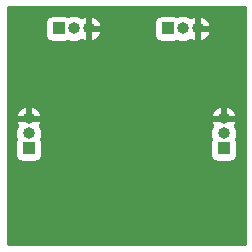
<source format=gbr>
G04 #@! TF.GenerationSoftware,KiCad,Pcbnew,5.1.2*
G04 #@! TF.CreationDate,2019-07-19T16:40:10-04:00*
G04 #@! TF.ProjectId,siot-node-temp,73696f74-2d6e-46f6-9465-2d74656d702e,rev?*
G04 #@! TF.SameCoordinates,Original*
G04 #@! TF.FileFunction,Copper,L2,Bot*
G04 #@! TF.FilePolarity,Positive*
%FSLAX46Y46*%
G04 Gerber Fmt 4.6, Leading zero omitted, Abs format (unit mm)*
G04 Created by KiCad (PCBNEW 5.1.2) date 2019-07-19 16:40:10*
%MOMM*%
%LPD*%
G04 APERTURE LIST*
%ADD10O,1.000000X1.000000*%
%ADD11R,1.000000X1.000000*%
%ADD12C,0.800000*%
%ADD13C,0.254000*%
G04 APERTURE END LIST*
D10*
X-443230000Y623570000D03*
X-443230000Y622300000D03*
D11*
X-443230000Y621030000D03*
D10*
X-445430000Y631190000D03*
X-446700000Y631190000D03*
D11*
X-447970000Y631190000D03*
D10*
X-454660000Y631190000D03*
X-455930000Y631190000D03*
D11*
X-457200000Y631190000D03*
D10*
X-459740000Y623570000D03*
X-459740000Y622300000D03*
D11*
X-459740000Y621030000D03*
D12*
X-455930000Y621665000D03*
X-446405000Y621665000D03*
X-451485000Y623570000D03*
X-450215000Y622300000D03*
D13*
G36*
X-441452000Y612902000D02*
G01*
X-461518000Y612902000D01*
X-461518000Y622300000D01*
X-460880491Y622300000D01*
X-460858577Y622077501D01*
X-460793676Y621863553D01*
X-460787703Y621852379D01*
X-460829502Y621774180D01*
X-460865812Y621654482D01*
X-460878072Y621530000D01*
X-460878072Y620530000D01*
X-460865812Y620405518D01*
X-460829502Y620285820D01*
X-460770537Y620175506D01*
X-460691185Y620078815D01*
X-460594494Y619999463D01*
X-460484180Y619940498D01*
X-460364482Y619904188D01*
X-460240000Y619891928D01*
X-459240000Y619891928D01*
X-459115518Y619904188D01*
X-458995820Y619940498D01*
X-458885506Y619999463D01*
X-458788815Y620078815D01*
X-458709463Y620175506D01*
X-458650498Y620285820D01*
X-458614188Y620405518D01*
X-458601928Y620530000D01*
X-458601928Y621530000D01*
X-458614188Y621654482D01*
X-458650498Y621774180D01*
X-458692297Y621852379D01*
X-458686324Y621863553D01*
X-458621423Y622077501D01*
X-458599509Y622300000D01*
X-444370491Y622300000D01*
X-444348577Y622077501D01*
X-444283676Y621863553D01*
X-444277703Y621852379D01*
X-444319502Y621774180D01*
X-444355812Y621654482D01*
X-444368072Y621530000D01*
X-444368072Y620530000D01*
X-444355812Y620405518D01*
X-444319502Y620285820D01*
X-444260537Y620175506D01*
X-444181185Y620078815D01*
X-444084494Y619999463D01*
X-443974180Y619940498D01*
X-443854482Y619904188D01*
X-443730000Y619891928D01*
X-442730000Y619891928D01*
X-442605518Y619904188D01*
X-442485820Y619940498D01*
X-442375506Y619999463D01*
X-442278815Y620078815D01*
X-442199463Y620175506D01*
X-442140498Y620285820D01*
X-442104188Y620405518D01*
X-442091928Y620530000D01*
X-442091928Y621530000D01*
X-442104188Y621654482D01*
X-442140498Y621774180D01*
X-442182297Y621852379D01*
X-442176324Y621863553D01*
X-442111423Y622077501D01*
X-442089509Y622300000D01*
X-442111423Y622522499D01*
X-442176324Y622736447D01*
X-442281716Y622933623D01*
X-442289726Y622943383D01*
X-442242877Y623009794D01*
X-442152554Y623213136D01*
X-442135881Y623268126D01*
X-442262046Y623443000D01*
X-443103000Y623443000D01*
X-443103000Y623427983D01*
X-443174248Y623435000D01*
X-443285752Y623435000D01*
X-443357000Y623427983D01*
X-443357000Y623443000D01*
X-444197954Y623443000D01*
X-444324119Y623268126D01*
X-444307446Y623213136D01*
X-444217123Y623009794D01*
X-444170274Y622943383D01*
X-444178284Y622933623D01*
X-444283676Y622736447D01*
X-444348577Y622522499D01*
X-444370491Y622300000D01*
X-458599509Y622300000D01*
X-458621423Y622522499D01*
X-458686324Y622736447D01*
X-458791716Y622933623D01*
X-458799726Y622943383D01*
X-458752877Y623009794D01*
X-458662554Y623213136D01*
X-458645881Y623268126D01*
X-458772046Y623443000D01*
X-459613000Y623443000D01*
X-459613000Y623427983D01*
X-459684248Y623435000D01*
X-459795752Y623435000D01*
X-459867000Y623427983D01*
X-459867000Y623443000D01*
X-460707954Y623443000D01*
X-460834119Y623268126D01*
X-460817446Y623213136D01*
X-460727123Y623009794D01*
X-460680274Y622943383D01*
X-460688284Y622933623D01*
X-460793676Y622736447D01*
X-460858577Y622522499D01*
X-460880491Y622300000D01*
X-461518000Y622300000D01*
X-461518000Y623871874D01*
X-460834119Y623871874D01*
X-460707954Y623697000D01*
X-459867000Y623697000D01*
X-459867000Y624539129D01*
X-459613000Y624539129D01*
X-459613000Y623697000D01*
X-458772046Y623697000D01*
X-458645881Y623871874D01*
X-444324119Y623871874D01*
X-444197954Y623697000D01*
X-443357000Y623697000D01*
X-443357000Y624539129D01*
X-443103000Y624539129D01*
X-443103000Y623697000D01*
X-442262046Y623697000D01*
X-442135881Y623871874D01*
X-442152554Y623926864D01*
X-442242877Y624130206D01*
X-442371135Y624312020D01*
X-442532399Y624465318D01*
X-442720471Y624584210D01*
X-442928124Y624664126D01*
X-443103000Y624539129D01*
X-443357000Y624539129D01*
X-443531876Y624664126D01*
X-443739529Y624584210D01*
X-443927601Y624465318D01*
X-444088865Y624312020D01*
X-444217123Y624130206D01*
X-444307446Y623926864D01*
X-444324119Y623871874D01*
X-458645881Y623871874D01*
X-458662554Y623926864D01*
X-458752877Y624130206D01*
X-458881135Y624312020D01*
X-459042399Y624465318D01*
X-459230471Y624584210D01*
X-459438124Y624664126D01*
X-459613000Y624539129D01*
X-459867000Y624539129D01*
X-460041876Y624664126D01*
X-460249529Y624584210D01*
X-460437601Y624465318D01*
X-460598865Y624312020D01*
X-460727123Y624130206D01*
X-460817446Y623926864D01*
X-460834119Y623871874D01*
X-461518000Y623871874D01*
X-461518000Y631690000D01*
X-458338072Y631690000D01*
X-458338072Y630690000D01*
X-458325812Y630565518D01*
X-458289502Y630445820D01*
X-458230537Y630335506D01*
X-458151185Y630238815D01*
X-458054494Y630159463D01*
X-457944180Y630100498D01*
X-457824482Y630064188D01*
X-457700000Y630051928D01*
X-456700000Y630051928D01*
X-456575518Y630064188D01*
X-456455820Y630100498D01*
X-456377621Y630142297D01*
X-456366447Y630136324D01*
X-456152499Y630071423D01*
X-455985752Y630055000D01*
X-455874248Y630055000D01*
X-455707501Y630071423D01*
X-455493553Y630136324D01*
X-455296377Y630241716D01*
X-455286617Y630249726D01*
X-455220206Y630202877D01*
X-455016864Y630112554D01*
X-454961874Y630095881D01*
X-454787000Y630222046D01*
X-454787000Y631063000D01*
X-454533000Y631063000D01*
X-454533000Y630222046D01*
X-454358126Y630095881D01*
X-454303136Y630112554D01*
X-454099794Y630202877D01*
X-453917980Y630331135D01*
X-453764682Y630492399D01*
X-453645790Y630680471D01*
X-453565874Y630888124D01*
X-453690871Y631063000D01*
X-454533000Y631063000D01*
X-454787000Y631063000D01*
X-454802017Y631063000D01*
X-454789509Y631190000D01*
X-454802017Y631317000D01*
X-454787000Y631317000D01*
X-454787000Y632157954D01*
X-454533000Y632157954D01*
X-454533000Y631317000D01*
X-453690871Y631317000D01*
X-453565874Y631491876D01*
X-453642122Y631690000D01*
X-449108072Y631690000D01*
X-449108072Y630690000D01*
X-449095812Y630565518D01*
X-449059502Y630445820D01*
X-449000537Y630335506D01*
X-448921185Y630238815D01*
X-448824494Y630159463D01*
X-448714180Y630100498D01*
X-448594482Y630064188D01*
X-448470000Y630051928D01*
X-447470000Y630051928D01*
X-447345518Y630064188D01*
X-447225820Y630100498D01*
X-447147621Y630142297D01*
X-447136447Y630136324D01*
X-446922499Y630071423D01*
X-446755752Y630055000D01*
X-446644248Y630055000D01*
X-446477501Y630071423D01*
X-446263553Y630136324D01*
X-446066377Y630241716D01*
X-446056617Y630249726D01*
X-445990206Y630202877D01*
X-445786864Y630112554D01*
X-445731874Y630095881D01*
X-445557000Y630222046D01*
X-445557000Y631063000D01*
X-445303000Y631063000D01*
X-445303000Y630222046D01*
X-445128126Y630095881D01*
X-445073136Y630112554D01*
X-444869794Y630202877D01*
X-444687980Y630331135D01*
X-444534682Y630492399D01*
X-444415790Y630680471D01*
X-444335874Y630888124D01*
X-444460871Y631063000D01*
X-445303000Y631063000D01*
X-445557000Y631063000D01*
X-445572017Y631063000D01*
X-445559509Y631190000D01*
X-445572017Y631317000D01*
X-445557000Y631317000D01*
X-445557000Y632157954D01*
X-445303000Y632157954D01*
X-445303000Y631317000D01*
X-444460871Y631317000D01*
X-444335874Y631491876D01*
X-444415790Y631699529D01*
X-444534682Y631887601D01*
X-444687980Y632048865D01*
X-444869794Y632177123D01*
X-445073136Y632267446D01*
X-445128126Y632284119D01*
X-445303000Y632157954D01*
X-445557000Y632157954D01*
X-445731874Y632284119D01*
X-445786864Y632267446D01*
X-445990206Y632177123D01*
X-446056617Y632130274D01*
X-446066377Y632138284D01*
X-446263553Y632243676D01*
X-446477501Y632308577D01*
X-446644248Y632325000D01*
X-446755752Y632325000D01*
X-446922499Y632308577D01*
X-447136447Y632243676D01*
X-447147621Y632237703D01*
X-447225820Y632279502D01*
X-447345518Y632315812D01*
X-447470000Y632328072D01*
X-448470000Y632328072D01*
X-448594482Y632315812D01*
X-448714180Y632279502D01*
X-448824494Y632220537D01*
X-448921185Y632141185D01*
X-449000537Y632044494D01*
X-449059502Y631934180D01*
X-449095812Y631814482D01*
X-449108072Y631690000D01*
X-453642122Y631690000D01*
X-453645790Y631699529D01*
X-453764682Y631887601D01*
X-453917980Y632048865D01*
X-454099794Y632177123D01*
X-454303136Y632267446D01*
X-454358126Y632284119D01*
X-454533000Y632157954D01*
X-454787000Y632157954D01*
X-454961874Y632284119D01*
X-455016864Y632267446D01*
X-455220206Y632177123D01*
X-455286617Y632130274D01*
X-455296377Y632138284D01*
X-455493553Y632243676D01*
X-455707501Y632308577D01*
X-455874248Y632325000D01*
X-455985752Y632325000D01*
X-456152499Y632308577D01*
X-456366447Y632243676D01*
X-456377621Y632237703D01*
X-456455820Y632279502D01*
X-456575518Y632315812D01*
X-456700000Y632328072D01*
X-457700000Y632328072D01*
X-457824482Y632315812D01*
X-457944180Y632279502D01*
X-458054494Y632220537D01*
X-458151185Y632141185D01*
X-458230537Y632044494D01*
X-458289502Y631934180D01*
X-458325812Y631814482D01*
X-458338072Y631690000D01*
X-461518000Y631690000D01*
X-461518000Y632968000D01*
X-441452000Y632968000D01*
X-441452000Y612902000D01*
X-441452000Y612902000D01*
G37*
X-441452000Y612902000D02*
X-461518000Y612902000D01*
X-461518000Y622300000D01*
X-460880491Y622300000D01*
X-460858577Y622077501D01*
X-460793676Y621863553D01*
X-460787703Y621852379D01*
X-460829502Y621774180D01*
X-460865812Y621654482D01*
X-460878072Y621530000D01*
X-460878072Y620530000D01*
X-460865812Y620405518D01*
X-460829502Y620285820D01*
X-460770537Y620175506D01*
X-460691185Y620078815D01*
X-460594494Y619999463D01*
X-460484180Y619940498D01*
X-460364482Y619904188D01*
X-460240000Y619891928D01*
X-459240000Y619891928D01*
X-459115518Y619904188D01*
X-458995820Y619940498D01*
X-458885506Y619999463D01*
X-458788815Y620078815D01*
X-458709463Y620175506D01*
X-458650498Y620285820D01*
X-458614188Y620405518D01*
X-458601928Y620530000D01*
X-458601928Y621530000D01*
X-458614188Y621654482D01*
X-458650498Y621774180D01*
X-458692297Y621852379D01*
X-458686324Y621863553D01*
X-458621423Y622077501D01*
X-458599509Y622300000D01*
X-444370491Y622300000D01*
X-444348577Y622077501D01*
X-444283676Y621863553D01*
X-444277703Y621852379D01*
X-444319502Y621774180D01*
X-444355812Y621654482D01*
X-444368072Y621530000D01*
X-444368072Y620530000D01*
X-444355812Y620405518D01*
X-444319502Y620285820D01*
X-444260537Y620175506D01*
X-444181185Y620078815D01*
X-444084494Y619999463D01*
X-443974180Y619940498D01*
X-443854482Y619904188D01*
X-443730000Y619891928D01*
X-442730000Y619891928D01*
X-442605518Y619904188D01*
X-442485820Y619940498D01*
X-442375506Y619999463D01*
X-442278815Y620078815D01*
X-442199463Y620175506D01*
X-442140498Y620285820D01*
X-442104188Y620405518D01*
X-442091928Y620530000D01*
X-442091928Y621530000D01*
X-442104188Y621654482D01*
X-442140498Y621774180D01*
X-442182297Y621852379D01*
X-442176324Y621863553D01*
X-442111423Y622077501D01*
X-442089509Y622300000D01*
X-442111423Y622522499D01*
X-442176324Y622736447D01*
X-442281716Y622933623D01*
X-442289726Y622943383D01*
X-442242877Y623009794D01*
X-442152554Y623213136D01*
X-442135881Y623268126D01*
X-442262046Y623443000D01*
X-443103000Y623443000D01*
X-443103000Y623427983D01*
X-443174248Y623435000D01*
X-443285752Y623435000D01*
X-443357000Y623427983D01*
X-443357000Y623443000D01*
X-444197954Y623443000D01*
X-444324119Y623268126D01*
X-444307446Y623213136D01*
X-444217123Y623009794D01*
X-444170274Y622943383D01*
X-444178284Y622933623D01*
X-444283676Y622736447D01*
X-444348577Y622522499D01*
X-444370491Y622300000D01*
X-458599509Y622300000D01*
X-458621423Y622522499D01*
X-458686324Y622736447D01*
X-458791716Y622933623D01*
X-458799726Y622943383D01*
X-458752877Y623009794D01*
X-458662554Y623213136D01*
X-458645881Y623268126D01*
X-458772046Y623443000D01*
X-459613000Y623443000D01*
X-459613000Y623427983D01*
X-459684248Y623435000D01*
X-459795752Y623435000D01*
X-459867000Y623427983D01*
X-459867000Y623443000D01*
X-460707954Y623443000D01*
X-460834119Y623268126D01*
X-460817446Y623213136D01*
X-460727123Y623009794D01*
X-460680274Y622943383D01*
X-460688284Y622933623D01*
X-460793676Y622736447D01*
X-460858577Y622522499D01*
X-460880491Y622300000D01*
X-461518000Y622300000D01*
X-461518000Y623871874D01*
X-460834119Y623871874D01*
X-460707954Y623697000D01*
X-459867000Y623697000D01*
X-459867000Y624539129D01*
X-459613000Y624539129D01*
X-459613000Y623697000D01*
X-458772046Y623697000D01*
X-458645881Y623871874D01*
X-444324119Y623871874D01*
X-444197954Y623697000D01*
X-443357000Y623697000D01*
X-443357000Y624539129D01*
X-443103000Y624539129D01*
X-443103000Y623697000D01*
X-442262046Y623697000D01*
X-442135881Y623871874D01*
X-442152554Y623926864D01*
X-442242877Y624130206D01*
X-442371135Y624312020D01*
X-442532399Y624465318D01*
X-442720471Y624584210D01*
X-442928124Y624664126D01*
X-443103000Y624539129D01*
X-443357000Y624539129D01*
X-443531876Y624664126D01*
X-443739529Y624584210D01*
X-443927601Y624465318D01*
X-444088865Y624312020D01*
X-444217123Y624130206D01*
X-444307446Y623926864D01*
X-444324119Y623871874D01*
X-458645881Y623871874D01*
X-458662554Y623926864D01*
X-458752877Y624130206D01*
X-458881135Y624312020D01*
X-459042399Y624465318D01*
X-459230471Y624584210D01*
X-459438124Y624664126D01*
X-459613000Y624539129D01*
X-459867000Y624539129D01*
X-460041876Y624664126D01*
X-460249529Y624584210D01*
X-460437601Y624465318D01*
X-460598865Y624312020D01*
X-460727123Y624130206D01*
X-460817446Y623926864D01*
X-460834119Y623871874D01*
X-461518000Y623871874D01*
X-461518000Y631690000D01*
X-458338072Y631690000D01*
X-458338072Y630690000D01*
X-458325812Y630565518D01*
X-458289502Y630445820D01*
X-458230537Y630335506D01*
X-458151185Y630238815D01*
X-458054494Y630159463D01*
X-457944180Y630100498D01*
X-457824482Y630064188D01*
X-457700000Y630051928D01*
X-456700000Y630051928D01*
X-456575518Y630064188D01*
X-456455820Y630100498D01*
X-456377621Y630142297D01*
X-456366447Y630136324D01*
X-456152499Y630071423D01*
X-455985752Y630055000D01*
X-455874248Y630055000D01*
X-455707501Y630071423D01*
X-455493553Y630136324D01*
X-455296377Y630241716D01*
X-455286617Y630249726D01*
X-455220206Y630202877D01*
X-455016864Y630112554D01*
X-454961874Y630095881D01*
X-454787000Y630222046D01*
X-454787000Y631063000D01*
X-454533000Y631063000D01*
X-454533000Y630222046D01*
X-454358126Y630095881D01*
X-454303136Y630112554D01*
X-454099794Y630202877D01*
X-453917980Y630331135D01*
X-453764682Y630492399D01*
X-453645790Y630680471D01*
X-453565874Y630888124D01*
X-453690871Y631063000D01*
X-454533000Y631063000D01*
X-454787000Y631063000D01*
X-454802017Y631063000D01*
X-454789509Y631190000D01*
X-454802017Y631317000D01*
X-454787000Y631317000D01*
X-454787000Y632157954D01*
X-454533000Y632157954D01*
X-454533000Y631317000D01*
X-453690871Y631317000D01*
X-453565874Y631491876D01*
X-453642122Y631690000D01*
X-449108072Y631690000D01*
X-449108072Y630690000D01*
X-449095812Y630565518D01*
X-449059502Y630445820D01*
X-449000537Y630335506D01*
X-448921185Y630238815D01*
X-448824494Y630159463D01*
X-448714180Y630100498D01*
X-448594482Y630064188D01*
X-448470000Y630051928D01*
X-447470000Y630051928D01*
X-447345518Y630064188D01*
X-447225820Y630100498D01*
X-447147621Y630142297D01*
X-447136447Y630136324D01*
X-446922499Y630071423D01*
X-446755752Y630055000D01*
X-446644248Y630055000D01*
X-446477501Y630071423D01*
X-446263553Y630136324D01*
X-446066377Y630241716D01*
X-446056617Y630249726D01*
X-445990206Y630202877D01*
X-445786864Y630112554D01*
X-445731874Y630095881D01*
X-445557000Y630222046D01*
X-445557000Y631063000D01*
X-445303000Y631063000D01*
X-445303000Y630222046D01*
X-445128126Y630095881D01*
X-445073136Y630112554D01*
X-444869794Y630202877D01*
X-444687980Y630331135D01*
X-444534682Y630492399D01*
X-444415790Y630680471D01*
X-444335874Y630888124D01*
X-444460871Y631063000D01*
X-445303000Y631063000D01*
X-445557000Y631063000D01*
X-445572017Y631063000D01*
X-445559509Y631190000D01*
X-445572017Y631317000D01*
X-445557000Y631317000D01*
X-445557000Y632157954D01*
X-445303000Y632157954D01*
X-445303000Y631317000D01*
X-444460871Y631317000D01*
X-444335874Y631491876D01*
X-444415790Y631699529D01*
X-444534682Y631887601D01*
X-444687980Y632048865D01*
X-444869794Y632177123D01*
X-445073136Y632267446D01*
X-445128126Y632284119D01*
X-445303000Y632157954D01*
X-445557000Y632157954D01*
X-445731874Y632284119D01*
X-445786864Y632267446D01*
X-445990206Y632177123D01*
X-446056617Y632130274D01*
X-446066377Y632138284D01*
X-446263553Y632243676D01*
X-446477501Y632308577D01*
X-446644248Y632325000D01*
X-446755752Y632325000D01*
X-446922499Y632308577D01*
X-447136447Y632243676D01*
X-447147621Y632237703D01*
X-447225820Y632279502D01*
X-447345518Y632315812D01*
X-447470000Y632328072D01*
X-448470000Y632328072D01*
X-448594482Y632315812D01*
X-448714180Y632279502D01*
X-448824494Y632220537D01*
X-448921185Y632141185D01*
X-449000537Y632044494D01*
X-449059502Y631934180D01*
X-449095812Y631814482D01*
X-449108072Y631690000D01*
X-453642122Y631690000D01*
X-453645790Y631699529D01*
X-453764682Y631887601D01*
X-453917980Y632048865D01*
X-454099794Y632177123D01*
X-454303136Y632267446D01*
X-454358126Y632284119D01*
X-454533000Y632157954D01*
X-454787000Y632157954D01*
X-454961874Y632284119D01*
X-455016864Y632267446D01*
X-455220206Y632177123D01*
X-455286617Y632130274D01*
X-455296377Y632138284D01*
X-455493553Y632243676D01*
X-455707501Y632308577D01*
X-455874248Y632325000D01*
X-455985752Y632325000D01*
X-456152499Y632308577D01*
X-456366447Y632243676D01*
X-456377621Y632237703D01*
X-456455820Y632279502D01*
X-456575518Y632315812D01*
X-456700000Y632328072D01*
X-457700000Y632328072D01*
X-457824482Y632315812D01*
X-457944180Y632279502D01*
X-458054494Y632220537D01*
X-458151185Y632141185D01*
X-458230537Y632044494D01*
X-458289502Y631934180D01*
X-458325812Y631814482D01*
X-458338072Y631690000D01*
X-461518000Y631690000D01*
X-461518000Y632968000D01*
X-441452000Y632968000D01*
X-441452000Y612902000D01*
M02*

</source>
